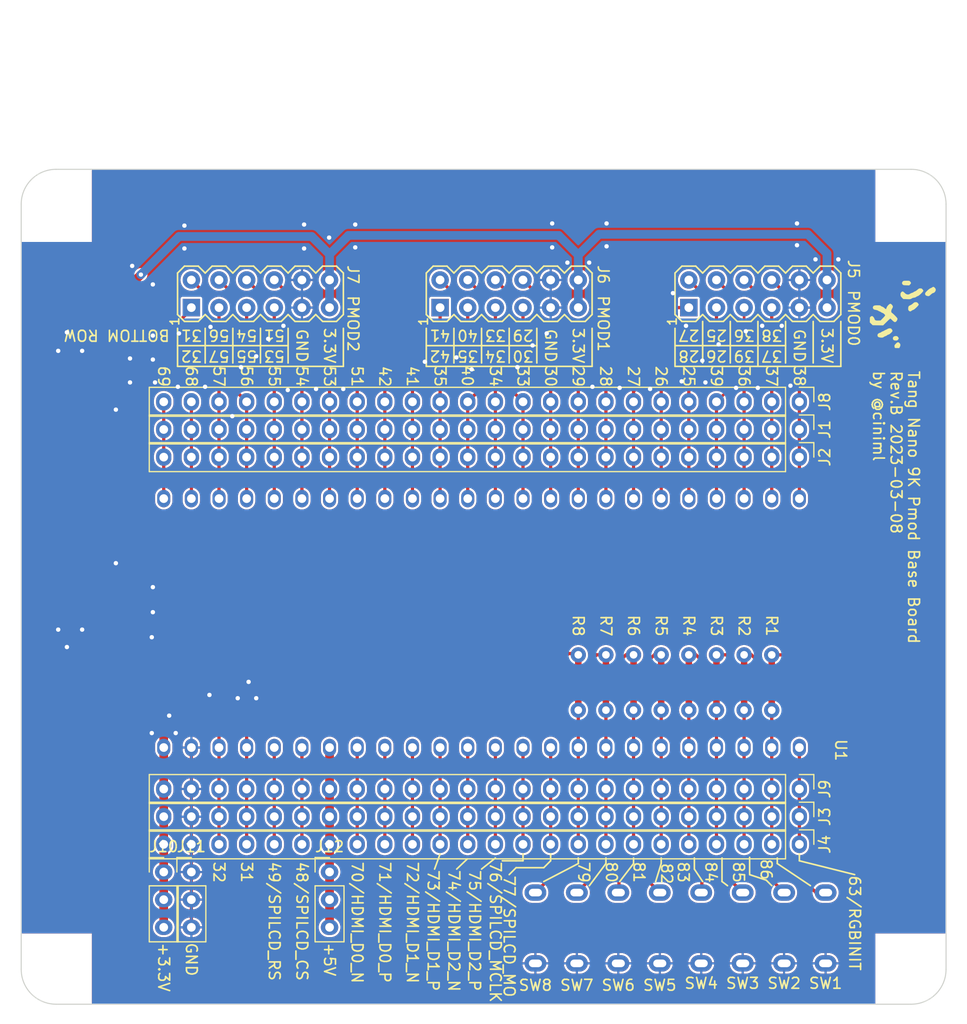
<source format=kicad_pcb>
(kicad_pcb (version 20221018) (generator pcbnew)
  (title_block (date "2023-02-14"))
  (layers (0 "F.Cu" signal) (31 "B.Cu" signal) (34 "B.Paste" user) (35 "F.Paste" user) (36 "B.SilkS" user "B.Silkscreen") (37 "F.SilkS" user "F.Silkscreen") (38 "B.Mask" user) (39 "F.Mask" user) (44 "Edge.Cuts" user))
  (net 0 "")
  (net 1 "GND")
  (net 2 "+3V3")
  (net 3 "/PMOD0_P10_PIN38")
  (net 4 "/PMOD0_P4_PIN37")
  (net 5 "/PMOD0_P9_PIN36")
  (net 6 "/PMOD0_P3_PIN39")
  (net 7 "/PMOD0_P8_PIN25")
  (net 8 "/PMOD0_P2_PIN26")
  (net 9 "/PMOD0_P7_PIN27")
  (net 10 "/PMOD0_P1_PIN28")
  (net 11 "/PMOD1_P10_PIN29")
  (net 12 "/PMOD1_P4_PIN30")
  (net 13 "/PMOD1_P9_PIN33")
  (net 14 "/PMOD1_P3_PIN34")
  (net 15 "/PMOD1_P8_PIN40")
  (net 16 "/PMOD1_P2_PIN35")
  (net 17 "/PMOD1_P7_PIN41")
  (net 18 "/PMOD1_P1_PIN42")
  (net 19 "/PMOD2_P10_PIN51")
  (net 20 "/PMOD2_P4_PIN53")
  (net 21 "/PMOD2_P9_PIN54")
  (net 22 "/PMOD2_P3_PIN55")
  (net 23 "/PMOD2_P8_PIN56")
  (net 24 "/PMOD2_P2_PIN57")
  (net 25 "/HDMI_CK_N")
  (net 26 "/HDMI_CK_P")
  (net 27 "/PIN63_RGBINIT")
  (net 28 "/PIN86_BL_PWM_1V8")
  (net 29 "/PIN85_1V8")
  (net 30 "/PIN84_1V8")
  (net 31 "/PIN83_1V8")
  (net 32 "/PIN82_1V8")
  (net 33 "/PIN81_1V8")
  (net 34 "/PIN80_1V8")
  (net 35 "/PIN79_1V8")
  (net 36 "/PIN77_SPILCD_MO")
  (net 37 "/PIN76_SPILCD_MCLK")
  (net 38 "/HDMI_D2_P")
  (net 39 "/HDMI_D2_N")
  (net 40 "/HDMI_D1_P")
  (net 41 "/HDMI_D1_N")
  (net 42 "/HDMI_D0_P")
  (net 43 "/HDMI_D0_N")
  (net 44 "/+5V")
  (net 45 "/PIN48_SPILCD_CS")
  (net 46 "/PIN49_SPILCD_RS")
  (net 47 "/PMOD2_P7_PIN31")
  (net 48 "/PMOD2_P1_PIN32")
  (net 49 "Net-(R1-Pad2)")
  (net 50 "Net-(R2-Pad2)")
  (net 51 "Net-(R3-Pad2)")
  (net 52 "Net-(R4-Pad2)")
  (net 53 "Net-(R5-Pad2)")
  (net 54 "Net-(R6-Pad2)")
  (net 55 "Net-(R7-Pad2)")
  (net 56 "Net-(R8-Pad2)")
  (footprint "local:Conn_Pmod_Spec_D_Thin" (layer "F.Cu") (at 87.14 41.03 90)
    (fp_text reference "J7")
    (fp_text value "Conn_02x06_Top_Bottom")
  )
  (footprint "local:TVBP06-BN043XX-B" (layer "F.Cu") (at 122.57 98)
    (fp_text reference "SW7")
    (fp_text value "SW_Push")
  )
  (footprint "local:Conn_Pmod_Spec_D_Thin" (layer "F.Cu") (at 110 41.03 90)
    (fp_text reference "J6")
    (fp_text value "Conn_02x06_Top_Bottom")
  )
  (footprint "local:R_Axial_DIN0204_L3.6mm_D1.6mm_P5.08mm_Horizontal_with_1608metric" (layer "F.Cu") (at 130.32 77.995 90)
    (fp_text reference "R5")
    (fp_text value "1k")
  )
  (footprint "Connector_PinHeader_2.54mm_thin:PinHeader_1x03_P2.54mm_Vertical" (layer "F.Cu") (at 87.14 92.86)
    (fp_text reference "J11")
    (fp_text value "Conn_01x03")
  )
  (footprint "local:MountingHole_3.2mm_M3_Mask" (layer "F.Cu") (at 74.7 31.53)
    (fp_text reference "H1" hide)
    (fp_text value "MountingHole")
  )
  (footprint "local:R_Axial_DIN0204_L3.6mm_D1.6mm_P5.08mm_Horizontal_with_1608metric" (layer "F.Cu") (at 137.94 77.995 90)
    (fp_text reference "R2")
    (fp_text value "1k")
  )
  (footprint "local:R_Axial_DIN0204_L3.6mm_D1.6mm_P5.08mm_Horizontal_with_1608metric" (layer "F.Cu") (at 122.7 77.995 90)
    (fp_text reference "R8")
    (fp_text value "1k")
  )
  (footprint "local:logo" (layer "F.Cu") (at 152.545 41.665 -90)
    (fp_text reference "LOGO1" hide)
    (fp_text value "Logo_Open_Hardware_Small" hide)
  )
  (footprint "local:R_Axial_DIN0204_L3.6mm_D1.6mm_P5.08mm_Horizontal_with_1608metric" (layer "F.Cu") (at 140.48 78 90)
    (fp_text reference "R1")
    (fp_text value "1k")
  )
  (footprint "local:MountingHole_3.2mm_M3_Mask" (layer "F.Cu") (at 74.7 101.8)
    (fp_text reference "H4" hide)
    (fp_text value "MountingHole")
  )
  (footprint "local:R_Axial_DIN0204_L3.6mm_D1.6mm_P5.08mm_Horizontal_with_1608metric" (layer "F.Cu") (at 135.4 77.995 90)
    (fp_text reference "R3")
    (fp_text value "1k")
  )
  (footprint "local:TVBP06-BN043XX-B" (layer "F.Cu") (at 130.19 98)
    (fp_text reference "SW5")
    (fp_text value "SW_Push")
  )
  (footprint "local:R_Axial_DIN0204_L3.6mm_D1.6mm_P5.08mm_Horizontal_with_1608metric" (layer "F.Cu") (at 127.78 77.995 90)
    (fp_text reference "R6")
    (fp_text value "1k")
  )
  (footprint "local:MountingHole_3.2mm_M3_Mask" (layer "F.Cu") (at 153.3 31.53)
    (fp_text reference "H3" hide)
    (fp_text value "MountingHole")
  )
  (footprint "Connector_PinHeader_2.54mm_thin:PinHeader_1x24_P2.54mm_Vertical" (layer "F.Cu") (at 143.02 49.68 -90)
    (fp_text reference "J8")
    (fp_text value "Conn_01x24")
  )
  (footprint "local:TVBP06-BN043XX-B" (layer "F.Cu") (at 118.76 98)
    (fp_text reference "SW8")
    (fp_text value "SW_Push")
  )
  (footprint "Connector_PinHeader_2.54mm_thin:PinHeader_1x24_P2.54mm_Vertical" (layer "F.Cu") (at 143.02 87.78 -90)
    (fp_text reference "J3")
    (fp_text value "Conn_01x24")
  )
  (footprint "Connector_PinHeader_2.54mm_thin:PinHeader_1x24_P2.54mm_Vertical" (layer "F.Cu") (at 143.02 90.32 -90)
    (fp_text reference "J4")
    (fp_text value "Conn_01x24")
  )
  (footprint "local:TVBP06-BN043XX-B" (layer "F.Cu") (at 134 98)
    (fp_text reference "SW4")
    (fp_text value "SW_Push")
  )
  (footprint "local:R_Axial_DIN0204_L3.6mm_D1.6mm_P5.08mm_Horizontal_with_1608metric" (layer "F.Cu") (at 125.24 77.995 90)
    (fp_text reference "R7")
    (fp_text value "1k")
  )
  (footprint "local:TVBP06-BN043XX-B" (layer "F.Cu") (at 145.43 98)
    (fp_text reference "SW1")
    (fp_text value "SW_Push")
  )
  (footprint "Connector_PinHeader_2.54mm_thin:PinHeader_1x24_P2.54mm_Vertical" (layer "F.Cu") (at 143.02 54.76 -90)
    (fp_text reference "J2")
    (fp_text value "Conn_01x24")
  )
  (footprint "local:TVBP06-BN043XX-B" (layer "F.Cu") (at 137.81 98)
    (fp_text reference "SW3")
    (fp_text value "SW_Push")
  )
  (footprint "local:R_Axial_DIN0204_L3.6mm_D1.6mm_P5.08mm_Horizontal_with_1608metric" (layer "F.Cu") (at 132.86 77.995 90)
    (fp_text reference "R4")
    (fp_text value "1k")
  )
  (footprint "Connector_PinHeader_2.54mm_thin:PinHeader_1x24_P2.54mm_Vertical" (layer "F.Cu") (at 143.02 52.22 -90)
    (fp_text reference "J1")
    (fp_text value "Conn_01x24")
  )
  (footprint "local:TangNano9K" (layer "F.Cu") (at 145.56 70 -90)
    (fp_text reference "U1")
    (fp_text value "TangNano9K")
  )
  (footprint "local:TVBP06-BN043XX-B" (layer "F.Cu") (at 126.38 98)
    (fp_text reference "SW6")
    (fp_text value "SW_Push")
  )
  (footprint "Connector_PinHeader_2.54mm_thin:PinHeader_1x03_P2.54mm_Vertical" (layer "F.Cu") (at 99.84 92.86)
    (fp_text reference "J12")
    (fp_text value "Conn_01x03")
  )
  (footprint "local:TVBP06-BN043XX-B" (layer "F.Cu") (at 141.62 98)
    (fp_text reference "SW2")
    (fp_text value "SW_Push")
  )
  (footprint "local:Conn_Pmod_Spec_D_Thin" (layer "F.Cu") (at 132.86 41.03 90)
    (fp_text reference "J5")
    (fp_text value "Conn_02x06_Top_Bottom")
  )
  (footprint "Connector_PinHeader_2.54mm_thin:PinHeader_1x24_P2.54mm_Vertical" (layer "F.Cu") (at 143.02 85.24 -90)
    (fp_text reference "J9")
    (fp_text value "Conn_01x24")
  )
  (footprint "Connector_PinHeader_2.54mm_thin:PinHeader_1x03_P2.54mm_Vertical" (layer "F.Cu") (at 84.6 92.86)
    (fp_text reference "J10")
    (fp_text value "Conn_01x03")
  )
  (footprint "local:MountingHole_3.2mm_M3_Mask" (layer "F.Cu") (at 153.3 101.8)
    (fp_text reference "H2" hide)
    (fp_text value "MountingHole")
  )
  (gr_line (start 123.97 46.4275) (end 123.97 42.935) (stroke (width 0.15)) (layer "F.SilkS"))
  (gr_line (start 140.48 94.116) (end 139.972 93.608) (stroke (width 0.15)) (layer "F.SilkS"))
  (gr_line (start 96.03 46.11) (end 96.03 42.935) (stroke (width 0.15)) (layer "F.SilkS"))
  (gr_line (start 146.83 46.4275) (end 146.83 42.3) (stroke (width 0.15)) (layer "F.SilkS"))
  (gr_line (start 131.59 46.11) (end 131.59 42.935) (stroke (width 0.15)) (layer "F.SilkS"))
  (gr_line (start 144.29 46.11) (end 144.29 42.3) (stroke (width 0.15)) (layer "F.SilkS"))
  (gr_line (start 116.985 92.465) (end 119.525 92.465) (stroke (width 0.15)) (layer "F.SilkS"))
  (gr_line (start 120.16 91.83) (end 120.16 91.195) (stroke (width 0.15)) (layer "F.SilkS"))
  (gr_line (start 138.448 93.1) (end 138.448 91.5125) (stroke (width 0.15)) (layer "F.SilkS"))
  (gr_line (start 116.35 46.11) (end 116.35 42.935) (stroke (width 0.15)) (layer "F.SilkS"))
  (gr_line (start 139.21 46.4275) (end 139.21 42.3) (stroke (width 0.15)) (layer "F.SilkS"))
  (gr_line (start 93.49 46.11) (end 93.49 42.935) (stroke (width 0.15)) (layer "F.SilkS"))
  (gr_line (start 146.83 46.4275) (end 131.59 46.4275) (stroke (width 0.15)) (layer "F.SilkS"))
  (gr_line (start 111.27 46.11) (end 111.27 42.935) (stroke (width 0.15)) (layer "F.SilkS"))
  (gr_line (start 113.81 46.11) (end 113.81 42.935) (stroke (width 0.15)) (layer "F.SilkS"))
  (gr_line (start 131.59 44.5225) (end 141.75 44.5225) (stroke (width 0.15)) (layer "F.SilkS"))
  (gr_line (start 117.62 91.83) (end 117.62 91.195) (stroke (width 0.15)) (layer "F.SilkS"))
  (gr_line (start 133.368 92.592) (end 133.368 91.576) (stroke (width 0.15)) (layer "F.SilkS"))
  (gr_line (start 134.13 46.11) (end 134.13 42.3) (stroke (width 0.15)) (layer "F.SilkS"))
  (gr_line (start 101.11 46.4275) (end 101.11 42.935) (stroke (width 0.15)) (layer "F.SilkS"))
  (gr_line (start 116.985 91.83) (end 117.62 91.83) (stroke (width 0.15)) (layer "F.SilkS"))
  (gr_line (start 108.73 44.5225) (end 118.89 44.5225) (stroke (width 0.15)) (layer "F.SilkS"))
  (gr_line (start 136.67 46.11) (end 136.67 42.3) (stroke (width 0.15)) (layer "F.SilkS"))
  (gr_line (start 135.908 93.735) (end 135.908 91.576) (stroke (width 0.15)) (layer "F.SilkS"))
  (gr_line (start 108.73 42.935) (end 108.73 46.11) (stroke (width 0.15)) (layer "F.SilkS"))
  (gr_line (start 108.73 46.4275) (end 123.97 46.4275) (stroke (width 0.15)) (layer "F.SilkS"))
  (gr_line (start 130.32 92.084) (end 130.32 91.576) (stroke (width 0.15)) (layer "F.SilkS"))
  (gr_line (start 141.75 46.11) (end 141.75 42.3) (stroke (width 0.15)) (layer "F.SilkS"))
  (gr_line (start 140.988 92.084) (end 144.036 94.116) (stroke (width 0.15)) (layer "F.SilkS"))
  (gr_line (start 134.13 93.735) (end 133.368 92.592) (stroke (width 0.15)) (layer "F.SilkS"))
  (gr_line (start 127.78 92.084) (end 127.78 91.576) (stroke (width 0.15)) (layer "F.SilkS"))
  (gr_line (start 125.24 92.084) (end 125.24 91.576) (stroke (width 0.15)) (layer "F.SilkS"))
  (gr_line (start 85.87 46.4275) (end 85.87 42.935) (stroke (width 0.15)) (layer "F.SilkS"))
  (gr_line (start 115.715 91.83) (end 116.985 91.83) (stroke (width 0.15)) (layer "F.SilkS"))
  (gr_line (start 88.41 46.11) (end 88.41 42.935) (stroke (width 0.15)) (layer "F.SilkS"))
  (gr_line (start 85.87 46.4275) (end 101.11 46.4275) (stroke (width 0.15)) (layer "F.SilkS"))
  (gr_line (start 129.812 93.735) (end 130.32 92.084) (stroke (width 0.15)) (layer "F.SilkS"))
  (gr_line (start 123.716 94.116) (end 125.24 92.084) (stroke (width 0.15)) (layer "F.SilkS"))
  (gr_line (start 116.35 93.1) (end 116.985 92.465) (stroke (width 0.15)) (layer "F.SilkS"))
  (gr_line (start 119.525 93.735) (end 122.7 92.084) (stroke (width 0.15)) (layer "F.SilkS"))
  (gr_line (start 90.95 46.11) (end 90.95 42.935) (stroke (width 0.15)) (layer "F.SilkS"))
  (gr_line (start 139.972 93.608) (end 138.448 93.1) (stroke (width 0.15)) (layer "F.SilkS"))
  (gr_line (start 119.525 92.465) (end 120.16 91.83) (stroke (width 0.15)) (layer "F.SilkS"))
  (gr_line (start 122.7 92.084) (end 122.7 91.576) (stroke (width 0.15)) (layer "F.SilkS"))
  (gr_line (start 143.02 91.83) (end 143.02 91.195) (stroke (width 0.15)) (layer "F.SilkS"))
  (gr_line (start 135.908 93.735) (end 136.416 94.116) (stroke (width 0.15)) (layer "F.SilkS"))
  (gr_line (start 148.1 93.1) (end 143.02 91.83) (stroke (width 0.15)) (layer "F.SilkS"))
  (gr_line (start 85.87 44.5225) (end 96.03 44.5225) (stroke (width 0.15)) (layer "F.SilkS"))
  (gr_line (start 113.81 92.592) (end 115.08 91.576) (stroke (width 0.15)) (layer "F.SilkS"))
  (gr_line (start 118.89 46.11) (end 118.89 42.935) (stroke (width 0.15)) (layer "F.SilkS"))
  (gr_line (start 126.51 93.735) (end 127.78 92.084) (stroke (width 0.15)) (layer "F.SilkS"))
  (gr_line (start 111.524 92.592) (end 112.51 91.65) (stroke (width 0.15)) (layer "F.SilkS"))
  (gr_line (start 140.988 92.084) (end 140.988 91.576) (stroke (width 0.15)) (layer "F.SilkS"))
  (gr_line (start 109.492 92.592) (end 110 91.195) (stroke (width 0.15)) (layer "F.SilkS"))
  (gr_line (start 131.59 46.4275) (end 131.59 46.11) (stroke (width 0.15)) (layer "F.SilkS"))
  (gr_line (start 108.73 46.11) (end 108.73 46.4275) (stroke (width 0.15)) (layer "F.SilkS"))
  (gr_arc (start 74.7 105) (mid 72.437258 104.062742) (end 71.5 101.8) (stroke (width 0.1)) (layer "Edge.Cuts"))
  (gr_arc (start 156.5 101.8) (mid 155.562742 104.062742) (end 153.3 105) (stroke (width 0.1)) (layer "Edge.Cuts"))
  (gr_arc (start 153.3 28.33) (mid 155.562742 29.267258) (end 156.5 31.53) (stroke (width 0.1)) (layer "Edge.Cuts"))
  (gr_line (start 74.7 28.33) (end 153.3 28.33) (stroke (width 0.1)) (layer "Edge.Cuts"))
  (gr_arc (start 71.5 31.53) (mid 72.437258 29.267258) (end 74.7 28.33) (stroke (width 0.1)) (layer "Edge.Cuts"))
  (gr_line (start 74.7 105) (end 153.3 105) (stroke (width 0.1)) (layer "Edge.Cuts"))
  (gr_line (start 71.5 101.8) (end 71.5 31.53) (stroke (width 0.1)) (layer "Edge.Cuts"))
  (gr_line (start 156.5 31.53) (end 156.5 101.8) (stroke (width 0.1)) (layer "Edge.Cuts"))
  (gr_text "86" (at 139.972 91.576 270) (layer "F.SilkS") (effects (font (size 1 1)) (justify left)))
  (gr_text "31" (at 87.14 43.57 180) (layer "F.SilkS") (effects (font (size 1 1))))
  (gr_text "38" (at 143.02 48.35 270) (layer "F.SilkS") (effects (font (size 1 1)) (justify right)))
  (gr_text "3.3V" (at 99.84 44.5225 270) (layer "F.SilkS") (effects (font (size 1 1))))
  (gr_text "76/SPILCD_MCLK" (at 115.08 91.83 270) (layer "F.SilkS") (effects (font (size 1 1)) (justify left)))
  (gr_text "38" (at 140.48 43.57 180) (layer "F.SilkS") (effects (font (size 1 1))))
  (gr_text "49/SPILCD_RS" (at 94.76 91.83 270) (layer "F.SilkS") (effects (font (size 1 1)) (justify left)))
  (gr_text "53" (at 94.76 45.475 180) (layer "F.SilkS") (effects (font (size 1 1))))
  (gr_text "57" (at 89.68 45.475 180) (layer "F.SilkS") (effects (font (size 1 1))))
  (gr_text "PMOD0" (at 148 42 270) (layer "F.SilkS") (effects (font (size 1 1))))
  (gr_text "37" (at 140.48 45.475 180) (layer "F.SilkS") (effects (font (size 1 1))))
  (gr_text "25" (at 132.86 48.396 270) (layer "F.SilkS") (effects (font (size 1 1)) (justify right)))
  (gr_text "36" (at 137.94 43.57 180) (layer "F.SilkS") (effects (font (size 1 1))))
  (gr_text "68" (at 87.14 48.396 270) (layer "F.SilkS") (effects (font (size 1 1)) (justify right)))
  (gr_text "27" (at 127.78 48.396 270) (layer "F.SilkS") (effects (font (size 1 1)) (justify right)))
  (gr_text "79" (at 123.208 91.83 270) (layer "F.SilkS") (effects (font (size 1 1)) (justify left)))
  (gr_text "69" (at 84.6 48.396 270) (layer "F.SilkS") (effects (font (size 1 1)) (justify right)))
  (gr_text "+5V" (at 99.84 99.27 270) (layer "F.SilkS") (effects (font (size 1 1)) (justify left)))
  (gr_text "33" (at 115.08 43.57 180) (layer "F.SilkS") (effects (font (size 1 1))))
  (gr_text "33" (at 117.62 48.396 270) (layer "F.SilkS") (effects (font (size 1 1)) (justify right)))
  (gr_text "32" (at 89.68 91.83 270) (layer "F.SilkS") (effects (font (size 1 1)) (justify left)))
  (gr_text "3.3V" (at 145.56 44.5225 270) (layer "F.SilkS") (effects (font (size 1 1))))
  (gr_text "GND" (at 143.02 44.5225 270) (layer "F.SilkS") (effects (font (size 1 1))))
  (gr_text "55" (at 92.22 45.475 180) (layer "F.SilkS") (effects (font (size 1 1))))
  (gr_text "+3.3V" (at 84.6 99.27 270) (layer "F.SilkS") (effects (font (size 1 1)) (justify left)))
  (gr_text "83" (at 132.352 91.83 270) (layer "F.SilkS") (effects (font (size 1 1)) (justify left)))
  (gr_text "35" (at 109.999759 48.384195 270) (layer "F.SilkS") (effects (font (size 1 1)) (justify right)))
  (gr_text "3.3V" (at 122.7 44.5225 270) (layer "F.SilkS") (effects (font (size 1 1))))
  (gr_text "35" (at 112.54 45.475 180) (layer "F.SilkS") (effects (font (size 1 1))))
  (gr_text "27" (at 132.86 43.57 180) (layer "F.SilkS") (effects (font (size 1 1))))
  (gr_text "GND" (at 87.14 99.27 270) (layer "F.SilkS") (effects (font (size 1 1)) (justify left)))
  (gr_text "29" (at 122.7 48.396 270) (layer "F.SilkS") (effects (font (size 1 1)) (justify right)))
  (gr_text "55" (at 94.76 48.396 270) (layer "F.SilkS") (effects (font (size 1 1)) (justify right)))
  (gr_text "42" (at 110 45.475 180) (layer "F.SilkS") (effects (font (size 1 1))))
  (gr_text "41" (at 107.46 48.396 270) (layer "F.SilkS") (effects (font (size 1 1)) (justify right)))
  (gr_text "82" (at 130.828 91.957 270) (layer "F.SilkS") (effects (font (size 1 1)) (justify left)))
  (gr_text "63/RGBINIT" (at 148.1 93.1 270) (layer "F.SilkS") (effects (font (size 1 1)) (justify left)))
  (gr_text "28" (at 125.224661 48.384195 270) (layer "F.SilkS") (effects (font (size 1 1)) (justify right)))
  (gr_text "53" (at 99.84 48.396 270) (layer "F.SilkS") (effects (font (size 1 1)) (justify right)))
  (gr_text "40" (at 112.51 48.35 270) (layer "F.SilkS") (effects (font (size 1 1)) (justify right)))
  (gr_text "74/HDMI_D2_N" (at 111.27 92.592 270) (layer "F.SilkS") (effects (font (size 1 1)) (justify left)))
  (gr_text "30" (at 120.16 48.396 270) (layer "F.SilkS") (effects (font (size 1 1)) (justify right)))
  (gr_text "72/HDMI_D1_N" (at 107.46 91.83 270) (layer "F.SilkS") (effects (font (size 1 1)) (justify left)))
  (gr_text "PMOD2" (at 102 42.5 270) (layer "F.SilkS") (effects (font (size 1 1))))
  (gr_text "56" (at 92.22 48.396 270) (layer "F.SilkS") (effects (font (size 1 1)) (justify right)))
  (gr_text "84" (at 134.892 91.83 270) (layer "F.SilkS") (effects (font (size 1 1)) (justify left)))
  (gr_text "39" (at 137.94 45.475 180) (layer "F.SilkS") (effects (font (size 1 1))))
  (gr_text "85" (at 137.432 91.83 270) (layer "F.SilkS") (effects (font (size 1 1)) (justify left)))
  (gr_text "37" (at 140.465759 48.384195 270) (layer "F.SilkS") (effects (font (size 1 1)) (justify right)))
  (gr_text "70/HDMI_D0_N" (at 102.38 91.83 270) (layer "F.SilkS") (effects (font (size 1 1)) (justify left)))
  (gr_text "75/HDMI_D2_P" (at 113.175 92.592 270) (layer "F.SilkS") (effects (font (size 1 1)) (justify left)))
  (gr_text "73/HDMI_D1_P" (at 109.365 92.592 270) (layer "F.SilkS") (effects (font (size 1 1)) (justify left)))
  (gr_text "51" (at 102.38 48.396 270) (layer "F.SilkS") (effects (font (size 1 1)) (justify right)))
  (gr_text "26" (at 135.4 45.475 180) (layer "F.SilkS") (effects (font (size 1 1))))
  (gr_text "81" (at 128.288 91.83 270) (layer "F.SilkS") (effects (font (size 1 1)) (justify left)))
  (gr_text "40" (at 112.54 43.57 180) (layer "F.SilkS") (effects (font (size 1 1))))
  (gr_text "56" (at 89.68 43.57 180) (layer "F.SilkS") (effects (font (size 1 1))))
  (gr_text "26" (at 130.32 48.396 270) (layer "F.SilkS") (effects (font (size 1 1)) (justify right)))
  (gr_text "29" (at 117.62 43.57 180) (layer "F.SilkS") (effects (font (size 1 1))))
  (gr_text "34" (at 115.08 45.475 180) (layer "F.SilkS") (effects (font (size 1 1))))
  (gr_text "57" (at 89.68 48.396 270) (layer "F.SilkS") (effects (font (size 1 1)) (justify right)))
  (gr_text "GND" (at 120.16 44.5225 270) (layer "F.SilkS") (effects (font (size 1 1))))
  (gr_text "31" (at 92.22 91.83 270) (layer "F.SilkS") (effects (font (size 1 1)) (justify left)))
  (gr_text "41" (at 110 43.57 180) (layer "F.SilkS") (effects (font (size 1 1))))
  (gr_text "54" (at 97.3 48.396 270) (layer "F.SilkS") (effects (font (size 1 1)) (justify right)))
  (gr_text "GND" (at 97.3 44.5225 270) (layer "F.SilkS") (effects (font (size 1 1))))
  (gr_text "BOTTOM ROW" (at 85.235 43.57 180) (layer "F.SilkS") (effects (font (size 1 1)) (justify left)))
  (gr_text "80" (at 125.748 91.83 270) (layer "F.SilkS") (effects (font (size 1 1)) (justify left)))
  (gr_text "32" (at 87.14 45.475 180) (layer "F.SilkS") (effects (font (size 1 1))))
  (gr_text "54" (at 92.22 43.57 180) (layer "F.SilkS") (effects (font (size 1 1))))
  (gr_text "48/SPILCD_CS" (at 97.3 91.83 270) (layer "F.SilkS") (effects (font (size 1 1)) (justify left)))
  (gr_text "71/HDMI_D0_P" (at 104.92 91.83 270) (layer "F.SilkS") (effects (font (size 1 1)) (justify left)))
  (gr_text "34" (at 115.08 48.396 270) (layer "F.SilkS") (effects (font (size 1 1)) (justify right)))
  (gr_text "39" (at 135.4 48.396 270) (layer "F.SilkS") (effects (font (size 1 1)) (justify right)))
  (gr_text "PMOD1" (at 125 42.5 270) (layer "F.SilkS") (effects (font (size 1 1))))
  (gr_text "42" (at 104.92 48.396 270) (layer "F.SilkS") (effects (font (size 1 1)) (justify right)))
  (gr_text "30" (at 117.62 45.475 180) (layer "F.SilkS") (effects (font (size 1 1))))
  (gr_text "25" (at 135.4 43.57 180) (layer "F.SilkS") (effects (font (size 1 1))))
  (gr_text "28" (at 132.86 45.475 180) (layer "F.SilkS") (effects (font (size 1 1))))
  (gr_text "51" (at 94.76 43.57 180) (layer "F.SilkS") (effects (font (size 1 1))))
  (gr_text "77/SPILCD_MO" (at 116.35 93.1 270) (layer "F.SilkS") (effects (font (size 1 1)) (justify left)))
  (gr_text "Tang Nano 9K Pmod Base Board\nRev.B 2023-03-08\nby @ciniml" (at 151.91 46.745 270) (layer "F.SilkS") (effects (font (size 1 1)) (justify left)))
  (gr_text "36" (at 137.94 48.396 270) (layer "F.SilkS") (effects (font (size 1 1)) (justify right)))
  (segment (start 87.14 85.24) (end 87.14 87.78) (width 0.3) (layer "F.Cu") (net 1))
  (segment (start 87.14 95.4) (end 87.14 97.94) (width 0.3) (layer "F.Cu") (net 1))
  (segment (start 87.14 90.32) (end 87.14 92.86) (width 0.3) (layer "F.Cu") (net 1))
  (segment (start 87.14 85.24) (end 87.14 81.43) (width 0.3) (layer "F.Cu") (net 1))
  (segment (start 87.14 87.78) (end 87.14 90.32) (width 0.3) (layer "F.Cu") (net 1))
  (segment (start 87.14 92.86) (end 87.14 95.4) (width 0.3) (layer "F.Cu") (net 1))
  (via (at 93.1 45.5) (size 0.8) (drill 0.4) (layers "F.Cu" "B.Cu") (net 1))
  (via (at 81.5 45.7) (size 0.8) (drill 0.4) (layers "F.Cu" "B.Cu") (net 1))
  (via (at 85.1 78.5) (size 0.8) (drill 0.4) (layers "F.Cu" "B.Cu") (net 1))
  (via (at 92.4 75.4) (size 0.8) (drill 0.4) (layers "F.Cu" "B.Cu") (net 1))
  (via (at 141.4 42.7) (size 0.8) (drill 0.4) (layers "F.Cu" "B.Cu") (net 1))
  (via (at 134.1 45.9) (size 0.8) (drill 0.4) (layers "F.Cu" "B.Cu") (net 1))
  (via (at 111.5 45.6) (size 0.8) (drill 0.4) (layers "F.Cu" "B.Cu") (net 1))
  (via (at 86 43.4) (size 0.8) (drill 0.4) (layers "F.Cu" "B.Cu") (net 1))
  (via (at 80.2 50.4) (size 0.8) (drill 0.4) (layers "F.Cu" "B.Cu") (net 1))
  (via (at 88.8 76.6) (size 0.8) (drill 0.4) (layers "F.Cu" "B.Cu") (net 1))
  (via (at 75.7 72.2) (size 0.8) (drill 0.4) (layers "F.Cu" "B.Cu") (net 1))
  (via (at 126.5 48.4) (size 0.8) (drill 0.4) (layers "F.Cu" "B.Cu") (net 1))
  (via (at 146.6 36.6) (size 0.8) (drill 0.4) (layers "F.Cu" "B.Cu") (net 1))
  (via (at 132.2 47.8) (size 0.8) (drill 0.4) (layers "F.Cu" "B.Cu") (net 1))
  (via (at 102.2 35.5) (size 0.8) (drill 0.4) (layers "F.Cu" "B.Cu") (net 1))
  (via (at 88.9 42.8) (size 0.8) (drill 0.4) (layers "F.Cu" "B.Cu") (net 1))
  (via (at 83.6 66.7) (size 0.8) (drill 0.4) (layers "F.Cu" "B.Cu") (net 1))
  (via (at 121.7 36.9) (size 0.8) (drill 0.4) (layers "F.Cu" "B.Cu") (net 1))
  (via (at 93.1 76.9) (size 0.8) (drill 0.4) (layers "F.Cu" "B.Cu") (net 1))
  (via (at 86.5 35.6) (size 0.8) (drill 0.4) (layers "F.Cu" "B.Cu") (net 1))
  (via (at 98.6 48.5) (size 0.8) (drill 0.4) (layers "F.Cu" "B.Cu") (net 1))
  (via (at 81.7 37.2) (size 0.8) (drill 0.4) (layers "F.Cu" "B.Cu") (net 1))
  (via (at 90.9 51) (size 0.8) (drill 0.4) (layers "F.Cu" "B.Cu") (net 1))
  (via (at 95.6 42.7) (size 0.8) (drill 0.4) (layers "F.Cu" "B.Cu") (net 1))
  (via (at 77.1 45) (size 0.8) (drill 0.4) (layers "F.Cu" "B.Cu") (net 1))
  (via (at 83.6 43.6) (size 0.8) (drill 0.4) (layers "F.Cu" "B.Cu") (net 1))
  (via (at 80.2 64.5) (size 0.8) (drill 0.4) (layers "F.Cu" "B.Cu") (net 1))
  (via (at 94.2 43.9) (size 0.8) (drill 0.4) (layers "F.Cu" "B.Cu") (net 1))
  (via (at 123.7 36.9) (size 0.8) (drill 0.4) (layers "F.Cu" "B.Cu") (net 1))
  (via (at 120.3 35.5) (size 0.8) (drill 0.4) (layers "F.Cu" "B.Cu") (net 1))
  (via (at 135.6 44.4) (size 0.8) (drill 0.4) (layers "F.Cu" "B.Cu") (net 1))
  (via (at 83.6 45.8) (size 0.8) (drill 0.4) (layers "F.Cu" "B.Cu") (net 1))
  (via (at 117.1 46.5) (size 0.8) (drill 0.4) (layers "F.Cu" "B.Cu") (net 1))
  (via (at 131.4 39.7) (size 0.8) (drill 0.4) (layers "F.Cu" "B.Cu") (net 1))
  (via (at 85.7 80.1) (size 0.8) (drill 0.4) (layers "F.Cu" "B.Cu") (net 1))
  (via (at 134.384 47.9) (size 0.8) (drill 0.4) (layers "F.Cu" "B.Cu") (net 1))
  (via (at 144.5 36.6) (size 0.8) (drill 0.4) (layers "F.Cu" "B.Cu") (net 1))
  (via (at 139.6 42.7) (size 0.8) (drill 0.4) (layers "F.Cu" "B.Cu") (net 1))
  (via (at 101.1 48.5) (size 0.8) (drill 0.4) (layers "F.Cu" "B.Cu") (net 1))
  (via (at 97.5 35.6) (size 0.8) (drill 0.4) (layers "F.Cu" "B.Cu") (net 1))
  (via (at 77.1 70.6) (size 0.8) (drill 0.4) (layers "F.Cu" "B.Cu") (net 1))
  (via (at 102.2 33.4) (size 0.8) (drill 0.4) (layers "F.Cu" "B.Cu") (net 1))
  (via (at 91.4 76.9) (size 0.8) (drill 0.4) (layers "F.Cu" "B.Cu") (net 1))
  (via (at 74.9 70.6) (size 0.8) (drill 0.4) (layers "F.Cu" "B.Cu") (net 1))
  (via (at 74.9 45) (size 0.8) (drill 0.4) (layers "F.Cu" "B.Cu") (net 1))
  (via (at 99.8 34.6) (size 0.8) (drill 0.4) (layers "F.Cu" "B.Cu") (net 1))
  (via (at 125.3 35.4) (size 0.8) (drill 0.4) (layers "F.Cu" "B.Cu") (net 1))
  (via (at 81.5 47.9) (size 0.8) (drill 0.4) (layers "F.Cu" "B.Cu") (net 1))
  (via (at 96 48.6) (size 0.8) (drill 0.4) (layers "F.Cu" "B.Cu") (net 1))
  (via (at 125.3 33.3) (size 0.8) (drill 0.4) (layers "F.Cu" "B.Cu") (net 1))
  (via (at 138.1 43.2) (size 0.8) (drill 0.4) (layers "F.Cu" "B.Cu") (net 1))
  (via (at 83.8 47.9) (size 0.8) (drill 0.4) (layers "F.Cu" "B.Cu") (net 1))
  (via (at 83.6 38.9) (size 0.8) (drill 0.4) (layers "F.Cu" "B.Cu") (net 1))
  (via (at 88.4 48.3) (size 0.8) (drill 0.4) (layers "F.Cu" "B.Cu") (net 1))
  (via (at 139.2 48.4) (size 0.8) (drill 0.4) (layers "F.Cu" "B.Cu") (net 1))
  (via (at 86.5 33.5) (size 0.8) (drill 0.4) (layers "F.Cu" "B.Cu") (net 1))
  (via (at 83.6 69) (size 0.8) (drill 0.4) (layers "F.Cu" "B.Cu") (net 1))
  (via (at 119.8 43.4) (size 0.8) (drill 0.4) (layers "F.Cu" "B.Cu") (net 1))
  (via (at 108.6 46) (size 0.8) (drill 0.4) (layers "F.Cu" "B.Cu") (net 1))
  (via (at 142.8 33.3) (size 0.8) (drill 0.4) (layers "F.Cu" "B.Cu") (net 1))
  (via (at 142.2 48.2) (size 0.8) (drill 0.4) (layers "F.Cu" "B.Cu") (net 1))
  (via (at 112.9 46.7) (size 0.8) (drill 0.4) (layers "F.Cu" "B.Cu") (net 1))
  (via (at 137.2 48.4) (size 0.8) (drill 0.4) (layers "F.Cu" "B.Cu") (net 1))
  (via (at 83.5 71.3) (size 0.8) (drill 0.4) (layers "F.Cu" "B.Cu") (net 1))
  (via (at 91.7 46.5) (size 0.8) (drill 0.4) (layers "F.Cu" "B.Cu") (net 1))
  (via (at 124 48.3) (size 0.8) (drill 0.4) (layers "F.Cu" "B.Cu") (net 1))
  (via (at 142.8 35.3) (size 0.8) (drill 0.4) (layers "F.Cu" "B.Cu") (net 1))
  (via (at 75.7 43.3) (size 0.8) (drill 0.4) (layers "F.Cu" "B.Cu") (net 1))
  (via (at 120.3 33.3) (size 0.8) (drill 0.4) (layers "F.Cu" "B.Cu") (net 1))
  (via (at 132.6 42.7) (size 0.8) (drill 0.4) (layers "F.Cu" "B.Cu") (net 1))
  (via (at 85.9 48.3) (size 0.8) (drill 0.4) (layers "F.Cu" "B.Cu") (net 1))
  (via (at 83.5 80.1) (size 0.8) (drill 0.4) (layers "F.Cu" "B.Cu") (net 1))
  (via (at 129.3 48.5) (size 0.8) (drill 0.4) (layers "F.Cu" "B.Cu") (net 1))
  (via (at 118.5 44.5) (size 0.8) (drill 0.4) (layers "F.Cu" "B.Cu") (net 1))
  (via (at 97.5 33.4) (size 0.8) (drill 0.4) (layers "F.Cu" "B.Cu") (net 1))
  (segment (start 84.6 90.32) (end 84.6 92.86) (width 0.8) (layer "F.Cu") (net 2))
  (segment (start 84.6 81.43) (end 84.6 85.24) (width 0.8) (layer "F.Cu") (net 2))
  (segment (start 84.6 79.6) (end 76 71) (width 0.8) (layer "F.Cu") (net 2))
  (segment (start 84.6 81.43) (end 84.6 79.6) (width 0.8) (layer "F.Cu") (net 2))
  (segment (start 84.6 95.4) (end 84.6 97.94) (width 0.8) (layer "F.Cu") (net 2))
  (segment (start 76 71) (end 76 44.5) (width 0.8) (layer "F.Cu") (net 2))
  (segment (start 84.6 87.78) (end 84.6 90.32) (width 0.8) (layer "F.Cu") (net 2))
  (segment (start 84.6 92.86) (end 84.6 95.4) (width 0.8) (layer "F.Cu") (net 2))
  (segment (start 84.6 85.24) (end 84.6 87.78) (width 0.8) (layer "F.Cu") (net 2))
  (segment (start 76 44.5) (end 82.5 38) (width 0.8) (layer "F.Cu") (net 2))
  (via (at 82.5 38) (size 0.8) (drill 0.4) (layers "F.Cu" "B.Cu") (net 2))
  (segment (start 101.58 34.4) (end 120.9 34.4) (width 0.8) (layer "B.Cu") (net 2))
  (segment (start 82.5 38) (end 86 34.5) (width 0.8) (layer "B.Cu") (net 2))
  (segment (start 145.56 38.49) (end 145.56 41.03) (width 0.8) (layer "B.Cu") (net 2))
  (segment (start 98.2 34.5) (end 99.84 36.14) (width 0.8) (layer "B.Cu") (net 2))
  (segment (start 145.56 36.06) (end 145.56 38.49) (width 0.8) (layer "B.Cu") (net 2))
  (segment (start 143.8 34.3) (end 145.56 36.06) (width 0.8) (layer "B.Cu") (net 2))
  (segment (start 122.7 38.49) (end 122.7 41.03) (width 0.8) (layer "B.Cu") (net 2))
  (segment (start 122.7 36.2) (end 122.7 38.49) (width 0.8) (layer "B.Cu") (net 2))
  (segment (start 99.84 38.49) (end 99.84 41.03) (width 0.8) (layer "B.Cu") (net 2))
  (segment (start 122.7 36.2) (end 124.6 34.3) (width 0.8) (layer "B.Cu") (net 2))
  (segment (start 99.84 36.14) (end 101.58 34.4) (width 0.8) (layer "B.Cu") (net 2))
  (segment (start 86 34.5) (end 98.2 34.5) (width 0.8) (layer "B.Cu") (net 2))
  (segment (start 99.84 36.14) (end 99.84 38.49) (width 0.8) (layer "B.Cu") (net 2))
  (segment (start 124.6 34.3) (end 143.8 34.3) (width 0.8) (layer "B.Cu") (net 2))
  (segment (start 120.9 34.4) (end 122.7 36.2) (width 0.8) (layer "B.Cu") (net 2))
  (segment (start 141.820489 39.830489) (end 140.48 38.49) (width 0.3) (layer "F.Cu") (net 3))
  (segment (start 143.02 49.68) (end 143.02 43.02) (width 0.3) (layer "F.Cu") (net 3))
  (segment (start 143.02 58.57) (end 143.02 49.68) (width 0.3) (layer "F.Cu") (net 3))
  (segment (start 143.02 43.02) (end 141.820489 41.820489) (width 0.3) (layer "F.Cu") (net 3))
  (segment (start 141.820489 41.820489) (end 141.820489 39.830489) (width 0.3) (layer "F.Cu") (net 3))
  (segment (start 140.48 49.68) (end 140.48 41.03) (width 0.3) (layer "F.Cu") (net 4))
  (segment (start 140.48 58.57) (end 140.48 49.68) (width 0.3) (layer "F.Cu") (net 4))
  (segment (start 137.94 58.57) (end 137.94 49.68) (width 0.3) (layer "F.Cu") (net 5))
  (segment (start 139.2 41.9) (end 138.850489 42.249511) (width 0.3) (layer "F.Cu") (net 5))
  (segment (start 138.850489 42.249511) (end 138.850489 47.689541) (width 0.3) (layer "F.Cu") (net 5))
  (segment (start 138.850489 47.689541) (end 137.94 48.60003) (width 0.3) (layer "F.Cu") (net 5))
  (segment (start 139.2 39.75) (end 137.94 38.49) (width 0.3) (layer "F.Cu") (net 5))
  (segment (start 139.2 41.9) (end 139.2 39.75) (width 0.3) (layer "F.Cu") (net 5))
  (segment (start 137.94 48.60003) (end 137.94 49.68) (width 0.3) (layer "F.Cu") (net 5))
  (segment (start 135.4 58.57) (end 135.4 49.68) (width 0.3) (layer "F.Cu") (net 6))
  (segment (start 136.375489 43.824511) (end 137.94 42.26) (width 0.25) (layer "F.Cu") (net 6))
  (segment (start 137.94 42.26) (end 137.94 41.03) (width 0.25) (layer "F.Cu") (net 6))
  (segment (start 136.375489 48.704511) (end 135.4 49.68) (width 0.25) (layer "F.Cu") (net 6))
  (segment (start 136.375489 48.704511) (end 136.375489 43.824511) (width 0.25) (layer "F.Cu") (net 6))
  (segment (start 136.7 39.79) (end 135.4 38.49) (width 0.3) (layer "F.Cu") (net 7))
  (segment (start 132.86 49.68) (end 132.86 48.34) (width 0.3) (layer "F.Cu") (net 7))
  (segment (start 132.86 48.34) (end 134.850489 46.349511) (width 0.3) (layer "F.Cu") (net 7))
  (segment (start 134.850489 46.349511) (end 134.850489 43.749511) (width 0.3) (layer "F.Cu") (net 7))
  (segment (start 132.86 58.57) (end 132.86 49.68) (width 0.3) (layer "F.Cu") (net 7))
  (segment (start 136.7 41.9) (end 136.7 39.79) (width 0.3) (layer "F.Cu") (net 7))
  (segment (start 134.850489 43.749511) (end 136.7 41.9) (width 0.3) (layer "F.Cu") (net 7))
  (segment (start 130.32 48.38) (end 133.9 44.8) (width 0.3) (layer "F.Cu") (net 8))
  (segment (start 130.32 58.57) (end 130.32 49.68) (width 0.3) (layer "F.Cu") (net 8))
  (segment (start 135.4 42.2) (end 135.4 41.03) (width 0.3) (layer "F.Cu") (net 8))
  (segment (start 133.9 44.8) (end 133.9 43.7) (width 0.3) (layer "F.Cu") (net 8))
  (segment (start 133.9 43.7) (end 135.4 42.2) (width 0.3) (layer "F.Cu") (net 8))
  (segment (start 130.32 49.68) (end 130.32 48.38) (width 0.3) (layer "F.Cu") (net 8))
  (segment (start 134.059511 39.689511) (end 132.86 38.49) (width 0.3) (layer "F.Cu") (net 9))
  (segment (start 127.78 49.68) (end 127.78 48.72) (width 0.3) (layer "F.Cu") (net 9))
  (segment (start 127.78 48.72) (end 134.059511 42.440489) (width 0.3) (layer "F.Cu") (net 9))
  (segment (start 127.78 58.57) (end 127.78 49.68) (width 0.3) (layer "F.Cu") (net 9))
  (segment (start 134.059511 42.440489) (end 134.059511 39.689511) (width 0.3) (layer "F.Cu") (net 9))
  (segment (start 125.24 47.46) (end 131.67 41.03) (width 0.3) (layer "F.Cu") (net 10))
  (segment (start 125.24 52.22) (end 125.24 49.68) (width 0.3) (layer "F.Cu") (net 10))
  (segment (start 125.24 49.68) (end 125.24 47.46) (width 0.3) (layer "F.Cu") (net 10))
  (segment (start 131.67 41.03) (end 132.86 41.03) (width 0.3) (layer "F.Cu") (net 10))
  (segment (start 125.24 58.57) (end 125.24 54.76) (width 0.3) (layer "F.Cu") (net 10))
  (segment (start 125.24 54.76) (end 125.24 52.22) (width 0.3) (layer "F.Cu") (net 10))
  (segment (start 118.960489 43.760489) (end 118.960489 39.830489) (width 0.3) (layer "F.Cu") (net 11))
  (segment (start 122.7 49.68) (end 122.7 47.5) (width 0.3) (layer "F.Cu") (net 11))
  (segment (start 122.7 58.57) (end 122.7 54.76) (width 0.3) (layer "F.Cu") (net 11))
  (segment (start 118.960489 39.830489) (end 117.62 38.49) (width 0.3) (layer "F.Cu") (net 11))
  (segment (start 122.7 54.76) (end 122.7 52.22) (width 0.3) (layer "F.Cu") (net 11))
  (segment (start 122.7 52.22) (end 122.7 49.68) (width 0.3) (layer "F.Cu") (net 11))
  (segment (start 122.7 47.5) (end 118.960489 43.760489) (width 0.3) (layer "F.Cu") (net 11))
  (segment (start 117.62 45.72) (end 117.62 41.03) (width 0.3) (layer "F.Cu") (net 12))
  (segment (start 120.16 49.68) (end 120.16 48.26) (width 0.3) (layer "F.Cu") (net 12))
  (segment (start 120.16 48.26) (end 117.62 45.72) (width 0.3) (layer "F.Cu") (net 12))
  (segment (start 120.16 54.76) (end 120.16 52.22) (width 0.3) (layer "F.Cu") (net 12))
  (segment (start 120.16 52.22) (end 120.16 49.68) (width 0.3) (layer "F.Cu") (net 12))
  (segment (start 120.16 58.57) (end 120.16 54.76) (width 0.3) (layer "F.Cu") (net 12))
  (segment (start 117.62 54.76) (end 117.62 52.22) (width 0.3) (layer "F.Cu") (net 13))
  (segment (start 116.279511 39.689511) (end 115.08 38.49) (width 0.3) (layer "F.Cu") (net 13))
  (segment (start 117.62 49.68) (end 116.279511 48.339511) (width 0.3) (layer "F.Cu") (net 13))
  (segment (start 116.279511 48.339511) (end 116.279511 39.689511) (width 0.3) (layer "F.Cu") (net 13))
  (segment (start 117.62 52.22) (end 117.62 49.68) (width 0.3) (layer "F.Cu") (net 13))
  (segment (start 117.62 58.57) (end 117.62 54.76) (width 0.3) (layer "F.Cu") (net 13))
  (segment (start 115.08 54.76) (end 115.08 52.22) (width 0.3) (layer "F.Cu") (net 14))
  (segment (start 115.08 58.57) (end 115.08 54.76) (width 0.3) (layer "F.Cu") (net 14))
  (segment (start 115.08 49.68) (end 115.08 41.03) (width 0.3) (layer "F.Cu") (net 14))
  (segment (start 115.08 52.22) (end 115.08 49.68) (width 0.3) (layer "F.Cu") (net 14))
  (segment (start 112.54 49.68) (end 113.739511 48.480489) (width 0.3) (layer "F.Cu") (net 15))
  (segment (start 112.54 54.76) (end 112.54 52.22) (width 0.3) (layer "F.Cu") (net 15))
  (segment (start 112.54 52.22) (end 112.54 49.68) (width 0.3) (layer "F.Cu") (net 15))
  (segment (start 112.54 58.57) (end 112.54 54.76) (width 0.3) (layer "F.Cu") (net 15))
  (segment (start 113.739511 48.480489) (end 113.739511 39.689511) (width 0.3) (layer "F.Cu") (net 15))
  (segment (start 113.739511 39.689511) (end 112.54 38.49) (width 0.3) (layer "F.Cu") (net 15))
  (segment (start 110 54.76) (end 110 52.22) (width 0.3) (layer "F.Cu") (net 16))
  (segment (start 110 52.22) (end 110 49.68) (width 0.3) (layer "F.Cu") (net 16))
  (segment (start 112.54 45.86) (end 112.54 41.03) (width 0.3) (layer "F.Cu") (net 16))
  (segment (start 110 49.68) (end 110 48.4) (width 0.3) (layer "F.Cu") (net 16))
  (segment (start 110 48.4) (end 112.54 45.86) (width 0.3) (layer "F.Cu") (net 16))
  (segment (start 110 58.57) (end 110 54.76) (width 0.3) (layer "F.Cu") (net 16))
  (segment (start 107.46 48.34) (end 111.340489 44.459511) (width 0.3) (layer "F.Cu") (net 17))
  (segment (start 107.46 58.57) (end 107.46 54.76) (width 0.3) (layer "F.Cu") (net 17))
  (segment (start 111.340489 39.830489) (end 110 38.49) (width 0.3) (layer "F.Cu") (net 17))
  (segment (start 107.46 54.76) (end 107.46 52.22) (width 0.3) (layer "F.Cu") (net 17))
  (segment (start 107.46 49.68) (end 107.46 48.34) (width 0.3) (layer "F.Cu") (net 17))
  (segment (start 107.46 52.22) (end 107.46 49.68) (width 0.3) (layer "F.Cu") (net 17))
  (segment (start 111.340489 44.459511) (end 111.340489 39.830489) (width 0.3) (layer "F.Cu") (net 17))
  (segment (start 110 43.3) (end 110 41.03) (width 0.3) (layer "F.Cu") (net 18))
  (segment (start 104.92 54.76) (end 104.92 52.22) (width 0.3) (layer "F.Cu") (net 18))
  (segment (start 104.92 58.57) (end 104.92 54.76) (width 0.3) (layer "F.Cu") (net 18))
  (segment (start 104.92 52.22) (end 104.92 49.68) (width 0.3) (layer "F.Cu") (net 18))
  (segment (start 104.92 49.68) (end 104.92 48.38) (width 0.3) (layer "F.Cu") (net 18))
  (segment (start 104.92 48.38) (end 110 43.3) (width 0.3) (layer "F.Cu") (net 18))
  (segment (start 94.76 38.49) (end 95.959511 39.689511) (width 0.3) (layer "F.Cu") (net 19))
  (segment (start 102.38 52.22) (end 102.38 54.76) (width 0.3) (layer "F.Cu") (net 19))
  (segment (start 95.959511 39.689511) (end 95.959511 41.759511) (width 0.3) (layer "F.Cu") (net 19))
  (segment (start 102.38 48.18) (end 102.38 49.68) (width 0.3) (layer "F.Cu") (net 19))
  (segment (start 102.38 49.68) (end 102.38 52.22) (width 0.3) (layer "F.Cu") (net 19))
  (segment (start 102.38 54.76) (end 102.38 58.57) (width 0.3) (layer "F.Cu") (net 19))
  (segment (start 95.959511 41.759511) (end 102.38 48.18) (width 0.3) (layer "F.Cu") (net 19))
  (segment (start 99.84 54.76) (end 99.84 58.57) (width 0.3) (layer "F.Cu") (net 20))
  (segment (start 99.84 49.68) (end 99.84 48.34) (width 0.3) (layer "F.Cu") (net 20))
  (segment (start 99.84 48.34) (end 94.76 43.26) (width 0.3) (layer "F.Cu") (net 20))
  (segment (start 99.84 49.68) (end 99.84 52.22) (width 0.3) (layer "F.Cu") (net 20))
  (segment (start 99.84 52.22) (end 99.84 54.76) (width 0.3) (layer "F.Cu") (net 20))
  (segment (start 94.76 43.26) (end 94.76 41.03) (width 0.3) (layer "F.Cu") (net 20))
  (segment (start 93.419511 44.619511) (end 97.3 48.5) (width 0.3) (layer "F.Cu") (net 21))
  (segment (start 97.3 52.22) (end 97.3 54.76) (width 0.3) (layer "F.Cu") (net 21))
  (segment (start 93.419511 39.689511) (end 93.419511 44.619511) (width 0.3) (layer "F.Cu") (net 21))
  (segment (start 92.22 38.49) (end 93.419511 39.689511) (width 0.3) (layer "F.Cu") (net 21))
  (segment (start 97.3 54.76) (end 97.3 58.57) (width 0.3) (layer "F.Cu") (net 21))
  (segment (start 97.3 49.68) (end 97.3 52.22) (width 0.3) (layer "F.Cu") (net 21))
  (segment (start 97.3 48.5) (end 97.3 49.68) (width 0.3) (layer "F.Cu") (net 21))
  (segment (start 94.76 58.57) (end 94.76 54.76) (width 0.3) (layer "F.Cu") (net 22))
  (segment (start 94.76 48.36) (end 92.22 45.82) (width 0.3) (layer "F.Cu") (net 22))
  (segment (start 92.22 45.82) (end 92.22 41.03) (width 0.3) (layer "F.Cu") (net 22))
  (segment (start 94.76 52.22) (end 94.76 49.68) (width 0.3) (layer "F.Cu") (net 22))
  (segment (start 94.76 54.76) (end 94.76 52.22) (width 0.3) (layer "F.Cu") (net 22))
  (segment (start 94.76 49.68) (end 94.76 48.36) (width 0.3) (layer "F.Cu") (net 22))
  (segment (start 92.22 52.22) (end 92.22 54.76) (width 0.3) (layer "F.Cu") (net 23))
  (segment (start 90.879511 48.339511) (end 92.22 49.68) (width 0.3) (layer "F.Cu") (net 23))
  (segment (start 92.22 49.68) (end 92.22 52.22) (width 0.3) (layer "F.Cu") (net 23))
  (segment (start 90.879511 39.689511) (end 90.879511 48.339511) (width 0.3) (layer "F.Cu") (net 23))
  (segment (start 92.22 54.76) (end 92.22 58.57) (width 0.3) (layer "F.Cu") (net 23))
  (segment (start 89.68 38.49) (end 90.879511 39.689511) (width 0.3) (layer "F.Cu") (net 23))
  (segment (start 89.68 54.76) (end 89.68 52.22) (width 0.3) (layer "F.Cu") (net 24))
  (segment (start 89.68 58.57) (end 89.68 54.76) (width 0.3) (layer "F.Cu") (net 24))
  (segment (start 89.68 49.68) (end 89.68 41.03) (width 0.3) (layer "F.Cu") (net 24))
  (segment (start 89.68 52.22) (end 89.68 49.68) (width 0.3) (layer "F.Cu") (net 24))
  (segment (start 87.14 49.68) (end 87.14 52.22) (width 0.3) (layer "F.Cu") (net 25))
  (segment (start 87.14 52.22) (end 87.14 54.76) (width 0.3) (layer "F.Cu") (net 25))
  (segment (start 87.14 54.76) (end 87.14 58.57) (width 0.3) (layer "F.Cu") (net 25))
  (segment (start 84.6 54.76) (end 84.6 52.22) (width 0.3) (layer "F.Cu") (net 26))
  (segment (start 84.6 52.22) (end 84.6 49.68) (width 0.3) (layer "F.Cu") (net 26))
  (segment (start 84.6 58.57) (end 84.6 54.76) (width 0.3) (layer "F.Cu") (net 26))
  (segment (start 143.02 90.32) (end 143.02 87.78) (width 0.3) (layer "F.Cu") (net 27))
  (segment (start 143.02 87.78) (end 143.02 85.24) (width 0.3) (layer "F.Cu") (net 27))
  (segment (start 143.02 85.24) (end 143.02 81.43) (width 0.3) (layer "F.Cu") (net 27))
  (segment (start 140.48 90.32) (end 140.48 87.78) (width 0.3) (layer "F.Cu") (net 28))
  (segment (start 140.48 85.24) (end 140.48 81.43) (width 0.3) (layer "F.Cu") (net 28))
  (segment (start 140.48 87.78) (end 140.48 85.24) (width 0.3) (layer "F.Cu") (net 28))
  (segment (start 140.48 81.43) (end 140.48 78) (width 0.3) (layer "F.Cu") (net 28))
  (segment (start 137.94 85.24) (end 137.94 81.43) (width 0.3) (layer "F.Cu") (net 29))
  (segment (start 137.94 87.78) (end 137.94 85.24) (width 0.3) (layer "F.Cu") (net 29))
  (segment (start 137.94 81.43) (end 137.94 77.995) (width 0.3) (layer "F.Cu") (net 29))
  (segment (start 137.94 90.32) (end 137.94 87.78) (width 0.3) (layer "F.Cu") (net 29))
  (segment (start 135.4 81.43) (end 135.4 77.995) (width 0.3) (layer "F.Cu") (net 30))
  (segment (start 135.4 87.78) (end 135.4 85.24) (width 0.3) (layer "F.Cu") (net 30))
  (segment (start 135.4 85.24) (end 135.4 81.43) (width 0.3) (layer "F.Cu") (net 30))
  (segment (start 135.4 90.32) (end 135.4 87.78) (width 0.3) (layer "F.Cu") (net 30))
  (segment (start 132.86 90.32) (end 132.86 87.78) (width 0.3) (layer "F.Cu") (net 31))
  (segment (start 132.86 85.24) (end 132.86 81.43) (width 0.3) (layer "F.Cu") (net 31))
  (segment (start 132.86 87.78) (end 132.86 85.24) (width 0.3) (layer "F.Cu") (net 31))
  (segment (start 132.86 81.43) (end 132.86 77.995) (width 0.3) (layer "F.Cu") (net 31))
  (segment (start 130.32 90.32) (end 130.32 87.78) (width 0.3) (layer "F.Cu") (net 32))
  (segment (start 130.32 85.24) (end 130.32 81.43) (width 0.3) (layer "F.Cu") (net 32))
  (segment (start 130.32 87.78) (end 130.32 85.24) (width 0.3) (layer "F.Cu") (net 32))
  (segment (start 130.32 81.43) (end 130.32 77.995) (width 0.3) (layer "F.Cu") (net 32))
  (segment (start 127.78 85.24) (end 127.78 81.43) (width 0.3) (layer "F.Cu") (net 33))
  (segment (start 127.78 90.32) (end 127.78 87.78) (width 0.3) (layer "F.Cu") (net 33))
  (segment (start 127.78 81.43) (end 127.78 77.995) (width 0.3) (layer "F.Cu") (net 33))
  (segment (start 127.78 87.78) (end 127.78 85.24) (width 0.3) (layer "F.Cu") (net 33))
  (segment (start 125.24 85.24) (end 125.24 87.78) (width 0.3) (layer "F.Cu") (net 34))
  (segment (start 125.24 85.24) (end 125.24 81.43) (width 0.3) (layer "F.Cu") (net 34))
  (segment (start 125.24 87.78) (end 125.24 90.32) (width 0.3) (layer "F.Cu") (net 34))
  (segment (start 125.24 81.43) (end 125.24 77.995) (width 0.3) (layer "F.Cu") (net 34))
  (segment (start 122.7 85.24) (end 122.7 87.78) (width 0.3) (layer "F.Cu") (net 35))
  (segment (start 122.7 81.43) (end 122.7 85.24) (width 0.3) (layer "F.Cu") (net 35))
  (segment (start 122.7 87.78) (end 122.7 90.32) (width 0.3) (layer "F.Cu") (net 35))
  (segment (start 122.7 77.995) (end 122.7 81.43) (width 0.3) (layer "F.Cu") (net 35))
  (segment (start 120.16 85.24) (end 120.16 81.43) (width 0.3) (layer "F.Cu") (net 36))
  (segment (start 120.16 90.32) (end 120.16 87.78) (width 0.3) (layer "F.Cu") (net 36))
  (segment (start 120.16 87.78) (end 120.16 85.24) (width 0.3) (layer "F.Cu") (net 36))
  (segment (start 117.62 81.43) (end 117.62 85.24) (width 0.3) (layer "F.Cu") (net 37))
  (segment (start 117.62 85.24) (end 117.62 87.78) (width 0.3) (layer "F.Cu") (net 37))
  (segment (start 117.62 87.78) (end 117.62 90.32) (width 0.3) (layer "F.Cu") (net 37))
  (segment (start 115.08 87.78) (end 115.08 85.24) (width 0.3) (layer "F.Cu") (net 38))
  (segment (start 115.08 85.24) (end 115.08 81.43) (width 0.3) (layer "F.Cu") (net 38))
  (segment (start 115.08 90.32) (end 115.08 87.78) (width 0.3) (layer "F.Cu") (net 38))
  (segment (start 112.54 85.24) (end 112.54 87.78) (width 0.3) (layer "F.Cu") (net 39))
  (segment (start 112.54 81.43) (end 112.54 85.24) (width 0.3) (layer "F.Cu") (net 39))
  (segment (start 112.54 87.78) (end 112.54 90.32) (width 0.3) (layer "F.Cu") (net 39))
  (segment (start 110 90.32) (end 110 87.78) (width 0.3) (layer "F.Cu") (net 40))
  (segment (start 110 85.24) (end 110 81.43) (width 0.3) (layer "F.Cu") (net 40))
  (segment (start 110 87.78) (end 110 85.24) (width 0.3) (layer "F.Cu") (net 40))
  (segment (start 107.46 81.43) (end 107.46 85.24) (width 0.3) (layer "F.Cu") (net 41))
  (segment (start 107.46 87.78) (end 107.46 90.32) (width 0.3) (layer "F.Cu") (net 41))
  (segment (start 107.46 85.24) (end 107.46 87.78) (width 0.3) (layer "F.Cu") (net 41))
  (segment (start 104.92 90.32) (end 104.92 87.78) (width 0.3) (layer "F.Cu") (net 42))
  (segment (start 104.92 87.78) (end 104.92 85.24) (width 0.3) (layer "F.Cu") (net 42))
  (segment (start 104.92 85.24) (end 104.92 81.43) (width 0.3) (layer "F.Cu") (net 42))
  (segment (start 102.38 90.32) (end 102.38 87.78) (width 0.3) (layer "F.Cu") (net 43))
  (segment (start 102.38 85.24) (end 102.38 87.78) (width 0.3) (layer "F.Cu") (net 43))
  (segment (start 102.38 81.43) (end 102.38 85.24) (width 0.3) (layer "F.Cu") (net 43))
  (segment (start 99.84 92.86) (end 99.84 90.32) (width 0.8) (layer "F.Cu") (net 44))
  (segment (start 99.84 97.94) (end 99.84 95.4) (width 0.8) (layer "F.Cu") (net 44))
  (segment (start 99.84 85.24) (end 99.84 81.43) (width 0.8) (layer "F.Cu") (net 44))
  (segment (start 99.84 95.4) (end 99.84 92.86) (width 0.8) (layer "F.Cu") (net 44))
  (segment (start 99.84 87.78) (end 99.84 85.24) (width 0.8) (layer "F.Cu") (net 44))
  (segment (start 99.84 90.32) (end 99.84 87.78) (width 0.8) (layer "F.Cu") (net 44))
  (segment (start 97.3 90.32) (end 97.3 87.78) (width 0.3) (layer "F.Cu") (net 45))
  (segment (start 97.3 85.24) (end 97.3 81.43) (width 0.3) (layer "F.Cu") (net 45))
  (segment (start 97.3 87.78) (end 97.3 85.24) (width 0.3) (layer "F.Cu") (net 45))
  (segment (start 94.76 87.78) (end 94.76 90.32) (width 0.3) (layer "F.Cu") (net 46))
  (segment (start 94.76 81.43) (end 94.76 85.24) (width 0.3) (layer "F.Cu") (net 46))
  (segment (start 94.76 85.24) (end 94.76 87.78) (width 0.3) (layer "F.Cu") (net 46))
  (segment (start 81 65.3) (end 81 49.5) (width 0.3) (layer "F.Cu") (net 47))
  (segment (start 92.22 90.32) (end 92.22 87.78) (width 0.3) (layer "F.Cu") (net 47))
  (segment (start 92.22 85.24) (end 92.22 81.43) (width 0.3) (layer "F.Cu") (net 47))
  (segment (start 88.480489 42.019511) (end 88.480489 39.830489) (width 0.3) (layer "F.Cu") (net 47))
  (segment (start 92.22 76.52) (end 81 65.3) (width 0.3) (layer "F.Cu") (net 47))
  (segment (start 88.480489 39.830489) (end 87.14 38.49) (width 0.3) (layer "F.Cu") (net 47))
  (segment (start 92.22 87.78) (end 92.22 85.24) (width 0.3) (layer "F.Cu") (net 47))
  (segment (start 81 49.5) (end 88.480489 42.019511) (width 0.3) (layer "F.Cu") (net 47))
  (segment (start 92.22 81.43) (end 92.22 76.52) (width 0.3) (layer "F.Cu") (net 47))
  (segment (start 89.68 85.24) (end 89.68 87.78) (width 0.3) (layer "F.Cu") (net 48))
  (segment (start 89.68 87.78) (end 89.68 90.32) (width 0.3) (layer "F.Cu") (net 48))
  (segment (start 79.4 65.9) (end 79.4 48.9) (width 0.3) (layer "F.Cu") (net 48))
  (segment (start 89.68 81.43) (end 89.68 85.24) (width 0.3) (layer "F.Cu") (net 48))
  (segment (start 89.68 81.43) (end 89.68 76.18) (width 0.3) (layer "F.Cu") (net 48))
  (segment (start 89.68 76.18) (end 79.4 65.9) (width 0.3) (layer "F.Cu") (net 48))
  (segment (start 87.14 41.16) (end 87.14 41.03) (width 0.3) (layer "F.Cu") (net 48))
  (segment (start 79.4 48.9) (end 87.14 41.16) (width 0.3) (layer "F.Cu") (net 48))
  (segment (start 141.820489 73.260489) (end 141.820489 92.020489) (width 0.3) (layer "F.Cu") (net 49))
  (segment (start 141.48 72.92) (end 141.820489 73.260489) (width 0.3) (layer "F.Cu") (net 49))
  (segment (start 144.55 94.75) (end 145.43 94.75) (width 0.3) (layer "F.Cu") (net 49))
  (segment (start 141.820489 92.020489) (end 144.55 94.75) (width 0.3) (layer "F.Cu") (net 49))
  (segment (start 140.48 72.92) (end 141.48 72.92) (width 0.3) (layer "F.Cu") (net 49))
  (segment (start 139.280489 92.410489) (end 141.62 94.75) (width 0.3) (layer "F.Cu") (net 50))
  (segment (start 138.615 72.915) (end 139.280489 73.580489) (width 0.3) (layer "F.Cu") (net 50))
  (segment (start 137.94 72.915) (end 138.615 72.915) (width 0.3) (layer "F.Cu") (net 50))
  (segment (start 139.280489 73.580489) (end 139.280489 92.410489) (width 0.3) (layer "F.Cu") (net 50))
  (segment (start 136.740489 73.340489) (end 136.740489 93.680489) (width 0.3) (layer "F.Cu") (net 51))
  (segment (start 136.740489 93.680489) (end 137.81 94.75) (width 0.3) (layer "F.Cu") (net 51))
  (segment (start 135.4 72.915) (end 136.315 72.915) (width 0.3) (layer "F.Cu") (net 51))
  (segment (start 136.315 72.915) (end 136.740489 73.340489) (width 0.3) (layer "F.Cu") (net 51))
  (segment (start 134.059511 73.459511) (end 134.059511 94.690489) (width 0.3) (layer "F.Cu") (net 52))
  (segment (start 134.059511 94.690489) (end 134 94.75) (width 0.3) (layer "F.Cu") (net 52))
  (segment (start 132.86 72.915) (end 133.515 72.915) (width 0.3) (layer "F.Cu") (net 52))
  (segment (start 133.515 72.915) (end 134.059511 73.459511) (width 0.3) (layer "F.Cu") (net 52))
  (segment (start 129.120489 93.680489) (end 130.19 94.75) (width 0.3) (layer "F.Cu") (net 53))
  (segment (start 129.685 72.915) (end 129.120489 73.479511) (width 0.3) (layer "F.Cu") (net 53))
  (segment (start 129.120489 73.479511) (end 129.120489 93.680489) (width 0.3) (layer "F.Cu") (net 53))
  (segment (start 130.32 72.915) (end 129.685 72.915) (width 0.3) (layer "F.Cu") (net 53))
  (segment (start 126.439511 94.690489) (end 126.38 94.75) (width 0.3) (layer "F.Cu") (net 54))
  (segment (start 127.78 72.915) (end 127.085 72.915) (width 0.3) (layer "F.Cu") (net 54))
  (segment (start 126.439511 73.560489) (end 126.439511 94.690489) (width 0.3) (layer "F.Cu") (net 54))
  (segment (start 127.085 72.915) (end 126.439511 73.560489) (width 0.3) (layer "F.Cu") (net 54))
  (segment (start 125.24 72.915) (end 124.385 72.915) (width 0.3) (layer "F.Cu") (net 55))
  (segment (start 124.040489 93.279511) (end 122.57 94.75) (width 0.3) (layer "F.Cu") (net 55))
  (segment (start 124.385 72.915) (end 124.040489 73.259511) (width 0.3) (layer "F.Cu") (net 55))
  (segment (start 124.040489 73.259511) (end 124.040489 93.279511) (width 0.3) (layer "F.Cu") (net 55))
  (segment (start 121.8 72.8) (end 121.359511 73.240489) (width 0.3) (layer "F.Cu") (net 56))
  (segment (start 121.359511 73.240489) (end 121.359511 92.150489) (width 0.3) (layer "F.Cu") (net 56))
  (segment (start 121.359511 92.150489) (end 118.76 94.75) (width 0.3) (layer "F.Cu") (net 56))
  (segment (start 122.585 72.8) (end 121.8 72.8) (width 0.3) (layer "F.Cu") (net 56))
  (segment (start 122.7 72.915) (end 122.585 72.8) (width 0.3) (layer "F.Cu") (net 56))
  (zone (net 1) (net_name "GND") (layers "F&B.Cu") (name "GND") (connect_pads (clearance 0.2)) (min_thickness 0.2) (fill yes (thermal_gap 0.2) (thermal_bridge_width 0.2))
    (polygon (pts (xy 156.5 35) (xy 156.5 98.5) (xy 150 98.5) (xy 150 105) (xy 78 105) (xy 78 98.5) (xy 71.5 98.5) (xy 71.5 35) (xy 78 35) (xy 78 28) (xy 150 28) (xy 150 35)))
  )
)
</source>
